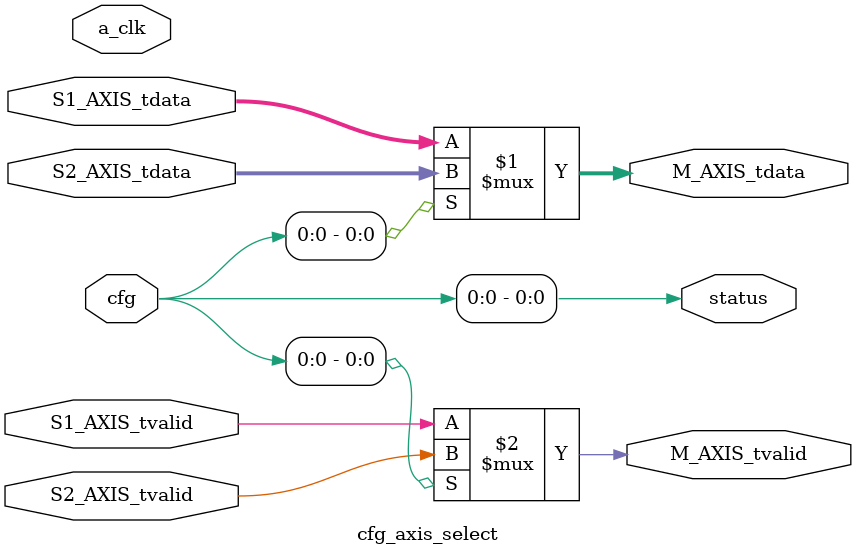
<source format=v>
`timescale 1ns / 1ps
/* Gxsm - Gnome X Scanning Microscopy 
 * ** FPGA Implementaions RPSPMC aka RedPitaya Scanning Probe Control **
 * universal STM/AFM/SARLS/SPALEED/... controlling and
 * data analysis software
 * 
 * Copyright (C) 1999-2025 by Percy Zahl
 *
 * Authors: Percy Zahl <zahl@users.sf.net>
 * WWW Home: http://gxsm.sf.net
 *
 * This program is free software; you can redistribute it and/or modify
 * it under the terms of the GNU General Public License as published by
 * the Free Software Foundation; either version 2 of the License, or
 * (at your option) any later version.
 *
 * This program is distributed in the hope that it will be useful,
 * but WITHOUT ANY WARRANTY; without even the implied warranty of
 * MERCHANTABILITY or FITNESS FOR A PARTICULAR PURPOSE.  See the
 * GNU General Public License for more details.
 *
 * You should have received a copy of the GNU General Public License
 * along with this program; if not, write to the Free Software
 * Foundation, Inc., 59 Temple Place, Suite 330, Boston, MA 02111-1307, USA.
 */
// 
// Create Date: 11/26/2017 08:20:47 PM
// Design Name:    part of RPSPMC
// Module Name:    cfg axis select
// Project Name:   RPSPMC 4 GXSM
// Target Devices: Zynq z7020
// Tool Versions:  Vivado 2023.1
// Description:    select cfg bits and assign to axis
// 
// Dependencies: 
// 
// Revision:
// Revision 0.01 - File Created
// Additional Comments:
// 
//////////////////////////////////////////////////////////////////////////////////


module cfg_axis_select #(
    parameter SRC_ADDR = 0,
    parameter CFG_WIDTH = 1024,
    parameter CFG_SWBIT = 0,
    parameter AXIS_TDATA_WIDTH = 32
)
(
    input [CFG_WIDTH-1:0] cfg,
    input a_clk,
    (* X_INTERFACE_PARAMETER = "FREQ_HZ 125000000" *)
    input [AXIS_TDATA_WIDTH-1:0]      S1_AXIS_tdata,
    input                             S1_AXIS_tvalid,
    (* X_INTERFACE_PARAMETER = "FREQ_HZ 125000000" *)
    input [AXIS_TDATA_WIDTH-1:0]      S2_AXIS_tdata,
    input                             S2_AXIS_tvalid,
    (* X_INTERFACE_PARAMETER = "FREQ_HZ 125000000" *)
    output [AXIS_TDATA_WIDTH-1:0]      M_AXIS_tdata,
    output                             M_AXIS_tvalid,
    
    output wire status
);

    assign M_AXIS_tdata  = (cfg[SRC_ADDR*32+CFG_SWBIT]) ? S2_AXIS_tdata  : S1_AXIS_tdata;
    assign M_AXIS_tvalid = (cfg[SRC_ADDR*32+CFG_SWBIT]) ? S2_AXIS_tvalid : S1_AXIS_tvalid;
    assign status = cfg[SRC_ADDR*32+CFG_SWBIT];

endmodule

</source>
